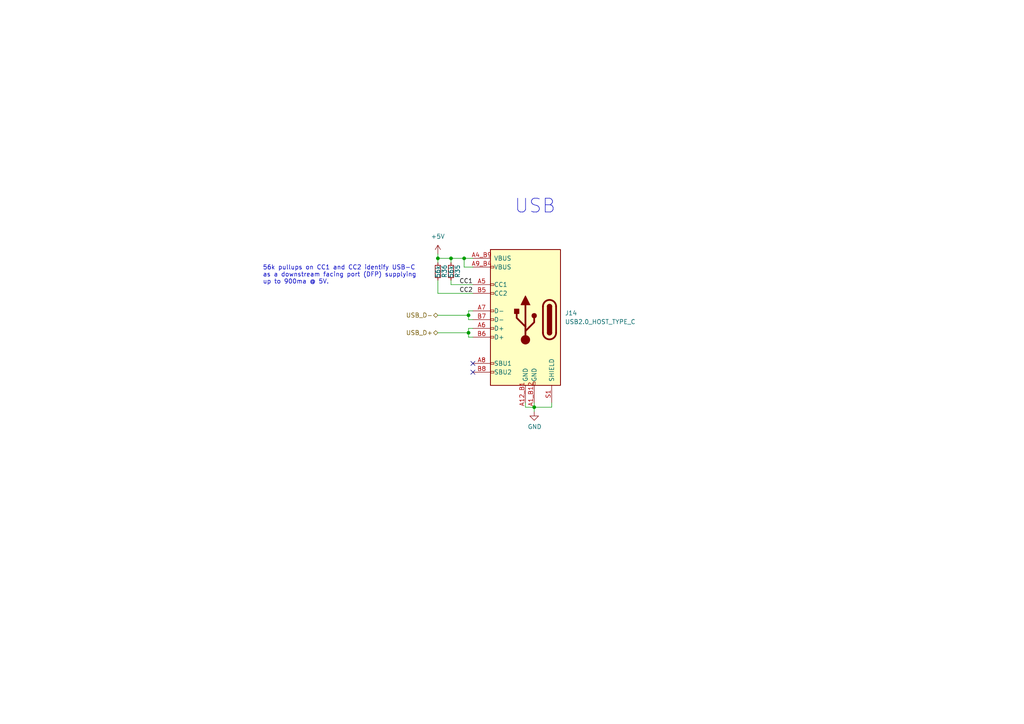
<source format=kicad_sch>
(kicad_sch (version 20211123) (generator eeschema)
  (paper "A4")
  (lib_symbols
    (symbol "Device:R_Small" (pin_numbers hide) (pin_names (offset 0.254) hide)
      (property "Reference" "R" (at 0.762 0.508 0))
      (property "Value" "R_Small" (at 0.762 -1.016 0))
      (symbol "R_Small_0_1"
        (rectangle (start -0.762 1.778) (end 0.762 -1.778) (stroke (width 0.2032)))
      )
      (symbol "R_Small_1_1"
        (pin passive line (at 0 2.54 270) (length 0.762) (name "~") (number "1"))
        (pin passive line (at 0 -2.54 90) (length 0.762) (name "~") (number "2"))
      )
    )
    (symbol "JLCPCB:USB_C_Receptacle_USB2.0" (pin_names (offset 1.016))
      (property "Reference" "J14" (at 0 25.4 0))
      (property "Value" "USB2.0_HOST_TYPE_C" (at 0 22.86 0))
      (symbol "USB_C_Receptacle_USB2.0_0_0"
        (rectangle (start -2.794 -19.05) (end -2.286 -18.034))
        (rectangle (start 10.16 -14.986) (end 9.144 -15.494))
        (rectangle (start 10.16 -12.446) (end 9.144 -12.954))
        (rectangle (start 10.16 -4.826) (end 9.144 -5.334))
        (rectangle (start 10.16 -2.286) (end 9.144 -2.794))
        (rectangle (start 10.16 0.254) (end 9.144 -0.254))
        (rectangle (start 10.16 2.794) (end 9.144 2.286))
        (rectangle (start 10.16 7.874) (end 9.144 7.366))
        (rectangle (start 10.16 10.414) (end 9.144 9.906))
        (rectangle (start 10.16 15.494) (end 9.144 14.986))
      )
      (symbol "USB_C_Receptacle_USB2.0_0_1"
        (rectangle (start -10.16 20.32) (end 10.16 -19.05) (stroke (width 0.254)) (fill (type background)))
        (arc (start -8.89 -3.81) (mid -6.985 -5.715) (end -5.08 -3.81) (stroke (width 0.508)))
        (arc (start -7.62 -3.81) (mid -6.985 -4.445) (end -6.35 -3.81) (stroke (width 0.254)))
        (arc (start -7.62 -3.81) (mid -6.985 -4.445) (end -6.35 -3.81) (stroke (width 0.254)) (fill (type outline)))
        (rectangle (start -7.62 -3.81) (end -6.35 3.81) (stroke (width 0.254)) (fill (type outline)))
        (arc (start -6.35 3.81) (mid -6.985 4.445) (end -7.62 3.81) (stroke (width 0.254)))
        (arc (start -6.35 3.81) (mid -6.985 4.445) (end -7.62 3.81) (stroke (width 0.254)) (fill (type outline)))
        (arc (start -5.08 3.81) (mid -6.985 5.715) (end -8.89 3.81) (stroke (width 0.508)))
        (circle (center -2.54 1.143) (radius 0.635) (stroke (width 0.254)) (fill (type outline)))
        (circle (center 0 -5.842) (radius 1.27) (fill (type outline)))
        (polyline (pts (xy -8.89 -3.81) (xy -8.89 3.81)) (stroke (width 0.508)))
        (polyline (pts (xy -5.08 3.81) (xy -5.08 -3.81)) (stroke (width 0.508)))
        (polyline (pts (xy 0 -5.842) (xy 0 4.318)) (stroke (width 0.508)))
        (polyline (pts (xy 0 -3.302) (xy -2.54 -0.762) (xy -2.54 0.508)) (stroke (width 0.508)))
        (polyline (pts (xy 0 -2.032) (xy 2.54 0.508) (xy 2.54 1.778)) (stroke (width 0.508)))
        (polyline (pts (xy -1.27 4.318) (xy 0 6.858) (xy 1.27 4.318) (xy -1.27 4.318)) (stroke (width 0.254)) (fill (type outline)))
        (rectangle (start 1.905 1.778) (end 3.175 3.048) (stroke (width 0.254)) (fill (type outline)))
      )
      (symbol "USB_C_Receptacle_USB2.0_1_1"
        (pin passive line (at 0 -24.13 90) (length 5.08) (name "GND") (number "A12_B1"))
        (pin passive line (at -2.54 -24.13 90) (length 5.08) (name "GND") (number "A1_B12"))
        (pin passive line (at 15.24 17.78 180) (length 5.08) (name "VBUS") (number "A4_B9"))
        (pin bidirectional line (at 15.24 10.16 180) (length 5.08) (name "CC1") (number "A5"))
        (pin bidirectional line (at 15.24 -2.54 180) (length 5.08) (name "D+") (number "A6"))
        (pin bidirectional line (at 15.24 2.54 180) (length 5.08) (name "D-") (number "A7"))
        (pin bidirectional line (at 15.24 -12.7 180) (length 5.08) (name "SBU1") (number "A8"))
        (pin passive line (at 15.24 15.24 180) (length 5.08) (name "VBUS") (number "A9_B4"))
        (pin bidirectional line (at 15.24 7.62 180) (length 5.08) (name "CC2") (number "B5"))
        (pin bidirectional line (at 15.24 -5.08 180) (length 5.08) (name "D+") (number "B6"))
        (pin bidirectional line (at 15.24 0 180) (length 5.08) (name "D-") (number "B7"))
        (pin bidirectional line (at 15.24 -15.24 180) (length 5.08) (name "SBU2") (number "B8"))
        (pin passive line (at -7.62 -24.13 90) (length 5.08) (name "SHIELD") (number "S1"))
      )
    )
    (symbol "power:+5V" (power) (pin_names (offset 0))
      (property "Value" "+5V" (at 0 3.556 0))
      (symbol "+5V_0_1"
        (polyline (pts (xy -0.762 1.27) (xy 0 2.54)))
        (polyline (pts (xy 0 0) (xy 0 2.54)))
        (polyline (pts (xy 0 2.54) (xy 0.762 1.27)))
      )
      (symbol "+5V_1_1"
        (pin power_in line (at 0 0 90) (length 0) hide (name "+5V") (number "1"))
      )
    )
    (symbol "power:GND" (power) (pin_names (offset 0))
      (property "Value" "GND" (at 0 -3.81 0))
      (symbol "GND_0_1"
        (polyline (pts (xy 0 0) (xy 0 -1.27) (xy 1.27 -1.27) (xy 0 -2.54) (xy -1.27 -1.27) (xy 0 -1.27)))
      )
      (symbol "GND_1_1"
        (pin power_in line (at 0 0 270) (length 0) hide (name "GND") (number "1"))
      )
    )
  )
  (junction (at 130.81 74.93))
  (junction (at 134.62 74.93))
  (junction (at 154.94 118.11))
  (junction (at 135.89 96.52))
  (junction (at 127 74.93))
  (junction (at 135.89 91.44))
  (no_connect (at 137.16 105.41))
  (no_connect (at 137.16 107.95))
  (wire (pts (xy 137.16 95.25) (xy 135.89 95.25)))
  (wire (pts (xy 127 85.09) (xy 127 81.28)))
  (wire (pts (xy 152.4 116.84) (xy 152.4 118.11)))
  (wire (pts (xy 137.16 92.71) (xy 135.89 92.71)))
  (wire (pts (xy 154.94 118.11) (xy 152.4 118.11)))
  (wire (pts (xy 137.16 90.17) (xy 135.89 90.17)))
  (wire (pts (xy 127 74.93) (xy 127 76.2)))
  (wire (pts (xy 127 73.66) (xy 127 74.93)))
  (wire (pts (xy 137.16 97.79) (xy 135.89 97.79)))
  (wire (pts (xy 137.16 82.55) (xy 130.81 82.55)))
  (wire (pts (xy 130.81 74.93) (xy 130.81 76.2)))
  (wire (pts (xy 135.89 91.44) (xy 127 91.44)))
  (wire (pts (xy 135.89 96.52) (xy 127 96.52)))
  (wire (pts (xy 134.62 74.93) (xy 130.81 74.93)))
  (wire (pts (xy 135.89 95.25) (xy 135.89 96.52)))
  (wire (pts (xy 135.89 96.52) (xy 135.89 97.79)))
  (wire (pts (xy 135.89 90.17) (xy 135.89 91.44)))
  (wire (pts (xy 160.02 118.11) (xy 154.94 118.11)))
  (wire (pts (xy 137.16 74.93) (xy 134.62 74.93)))
  (wire (pts (xy 134.62 77.47) (xy 134.62 74.93)))
  (wire (pts (xy 130.81 82.55) (xy 130.81 81.28)))
  (wire (pts (xy 135.89 91.44) (xy 135.89 92.71)))
  (wire (pts (xy 160.02 116.84) (xy 160.02 118.11)))
  (wire (pts (xy 154.94 116.84) (xy 154.94 118.11)))
  (wire (pts (xy 154.94 118.11) (xy 154.94 119.38)))
  (wire (pts (xy 137.16 85.09) (xy 127 85.09)))
  (wire (pts (xy 137.16 77.47) (xy 134.62 77.47)))
  (wire (pts (xy 130.81 74.93) (xy 127 74.93)))
  (text "USB" (at 161.29 62.23 180) (effects (font (size 4 4)) (justify right bottom)))
  (text "56k pullups on CC1 and CC2 identify USB-C\nas a downstream facing port (DFP) supplying\nup to 900ma @ 5V." (at 76.2 82.55 0) (effects (font (size 1.27 1.27)) (justify left bottom)))
  (label "CC2" (at 137.16 85.09 180))
  (label "CC1" (at 137.16 82.55 180))
  (hierarchical_label "USB_D+" (shape bidirectional) (at 127 96.52 180))
  (hierarchical_label "USB_D-" (shape bidirectional) (at 127 91.44 180))
  (symbol (lib_id "JLCPCB:USB_C_Receptacle_USB2.0") (at 152.4 92.71 0) (mirror y) (unit 1)
    (property "Reference" "J14" (at 163.83 90.8049 0) (effects (justify right)))
    (property "Value" "USB2.0_HOST_TYPE_C" (at 163.83 93.3449 0) (effects (justify right)))
    (property "Footprint" "JLCPCB:USB-C_SMD-TYPE-C-31-M-12" (effects hide))
    (property "Datasheet" "https://datasheet.lcsc.com/lcsc/2205251630_Korean-Hroparts-Elec-TYPE-C-31-M-12_C165948.pdf" (effects hide))
    (property "LCSC" "C165948" (effects hide))
  )
  (symbol (lib_id "Device:R_Small") (at 127 78.74 0) (mirror y) (unit 1)
    (property "Reference" "R36" (at 128.905 80.645 90) (effects (justify left)))
    (property "Value" "56k" (at 127 80.645 90) (effects (justify left)))
    (property "Footprint" "Resistor_SMD:R_0402_1005Metric" (effects hide))
    (property "LCSC" "C25796" (effects hide))
  )
  (symbol (lib_id "power:+5V") (at 127 73.66 0) (mirror y) (unit 1)
    (property "Reference" "#PWR045" (effects hide))
    (property "Value" "+5V" (at 127 68.58 0))
  )
  (symbol (lib_id "Device:R_Small") (at 130.81 78.74 0) (mirror y) (unit 1)
    (property "Reference" "R35" (at 132.715 80.645 90) (effects (justify left)))
    (property "Value" "56k" (at 130.81 80.645 90) (effects (justify left)))
    (property "Footprint" "Resistor_SMD:R_0402_1005Metric" (effects hide))
    (property "LCSC" "C25796" (effects hide))
  )
  (symbol (lib_id "power:GND") (at 154.94 119.38 0) (unit 1)
    (property "Reference" "#PWR066" (effects hide))
    (property "Value" "GND" (at 155.067 123.7742 0))
    (property "Footprint" "Connector_PinHeader_2.54mm:PinHeader_1x02_P2.54mm_Vertical" (effects hide))
  )
)
</source>
